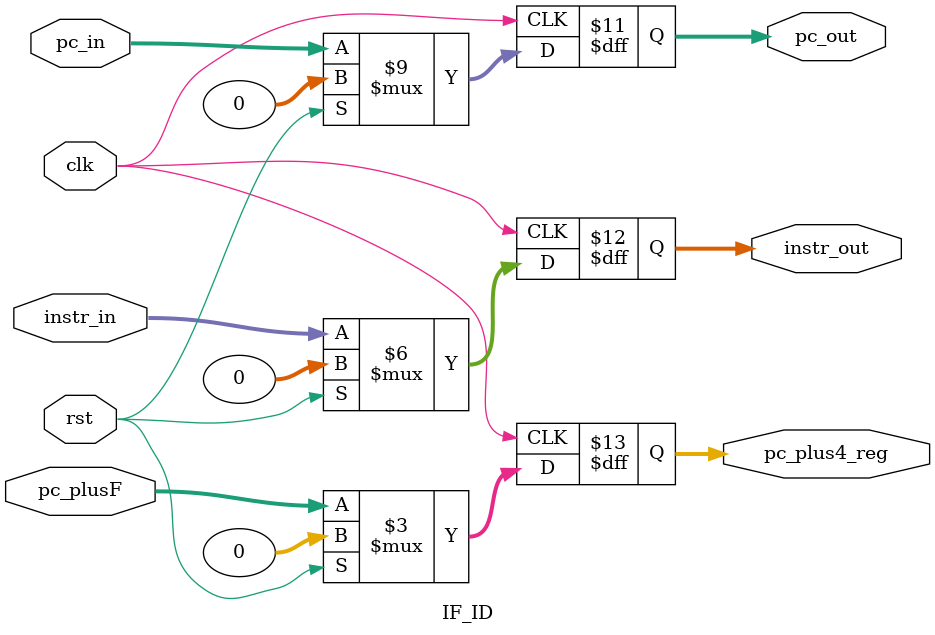
<source format=sv>
`timescale 1ns / 1ps


module IF_ID #(parameter WIDTH = 32)(
input logic clk,
input logic rst,
//input logic IF_ID_Enable,
input logic [WIDTH-1:0] pc_in,
input logic [WIDTH-1:0] instr_in,
input logic [WIDTH-1:0] pc_plusF,
output logic [WIDTH-1:0] pc_out,
output logic [WIDTH-1:0] instr_out,
output logic [WIDTH-1:0] pc_plus4_reg
);

always_ff @(posedge clk) begin
    if (rst) begin
        pc_out    <= 32'b0;
        instr_out <= 32'b0;
        pc_plus4_reg <= 32'b0;
    end
    else begin
        pc_out    <= pc_in;
        instr_out <= instr_in;
        pc_plus4_reg <= pc_plusF;
    end
end
endmodule

</source>
